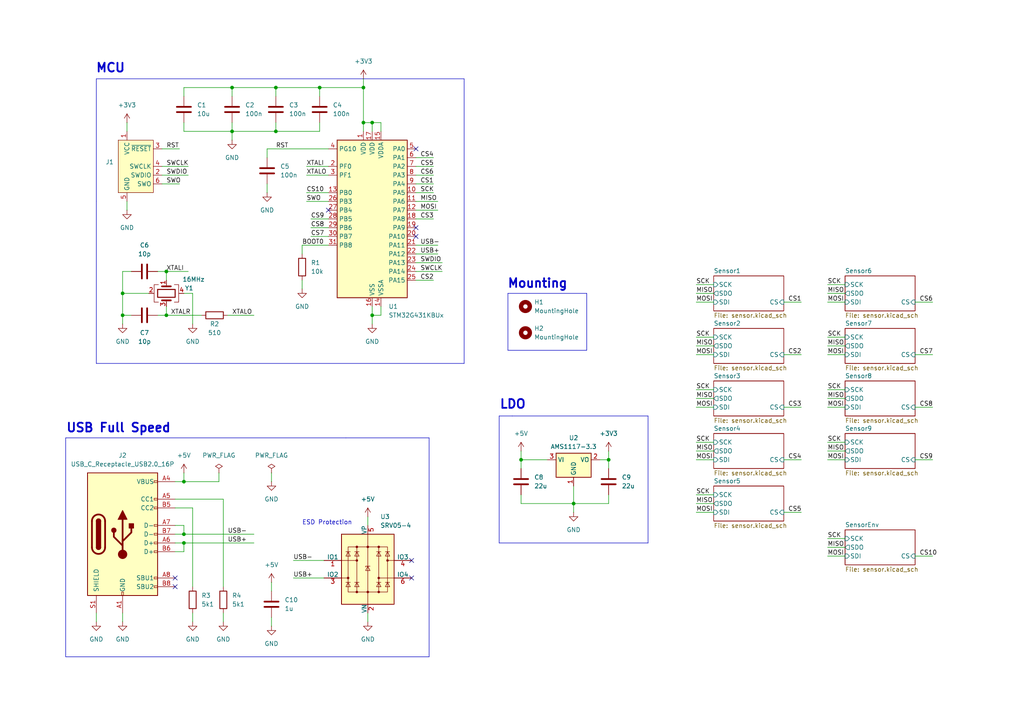
<source format=kicad_sch>
(kicad_sch (version 20231120) (generator "eeschema") (generator_version "8.0")
  (paper "A4")
  (lib_symbols
    (symbol "Connector:Conn_ARM_SWD_TagConnect_TC2030-NL" (in_bom no)
      (property "Reference" "J" (at 2.54 11.43 0))
      (property "Value" "Conn_ARM_SWD_TagConnect_TC2030-NL" (at 2.54 8.89 0))
      (symbol "Conn_ARM_SWD_TagConnect_TC2030-NL_0_0"
        (pin power_in line (at -2.54 10.16 270) (length 2.54) (name "VCC") (number "1"))
        (pin bidirectional line (at 7.62 -2.54 180) (length 2.54) (name "SWDIO") (number "2"))
        (pin open_collector line (at 7.62 5.08 180) (length 2.54) (name "~{RESET}") (number "3"))
        (pin output line (at 7.62 0 180) (length 2.54) (name "SWCLK") (number "4"))
        (pin power_in line (at -2.54 -10.16 90) (length 2.54) (name "GND") (number "5"))
        (pin input line (at 7.62 -5.08 180) (length 2.54) (name "SWO") (number "6"))
      )
      (symbol "Conn_ARM_SWD_TagConnect_TC2030-NL_0_1"
        (rectangle (start -5.08 7.62) (end 5.08 -7.62) (fill (type background)))
      )
    )
    (symbol "Connector:USB_C_Receptacle_USB2.0_16P" (pin_names (offset 1.016))
      (property "Reference" "J" (at 0 22.225 0))
      (property "Value" "USB_C_Receptacle_USB2.0_16P" (at 0 19.685 0))
      (symbol "USB_C_Receptacle_USB2.0_16P_0_0"
        (rectangle (start -0.254 -17.78) (end 0.254 -16.764))
        (rectangle (start 10.16 -14.986) (end 9.144 -15.494))
        (rectangle (start 10.16 -12.446) (end 9.144 -12.954))
        (rectangle (start 10.16 -4.826) (end 9.144 -5.334))
        (rectangle (start 10.16 -2.286) (end 9.144 -2.794))
        (rectangle (start 10.16 0.254) (end 9.144 -0.254))
        (rectangle (start 10.16 2.794) (end 9.144 2.286))
        (rectangle (start 10.16 7.874) (end 9.144 7.366))
        (rectangle (start 10.16 10.414) (end 9.144 9.906))
        (rectangle (start 10.16 15.494) (end 9.144 14.986))
      )
      (symbol "USB_C_Receptacle_USB2.0_16P_0_1"
        (rectangle (start -10.16 17.78) (end 10.16 -17.78) (stroke (width 0.254)) (fill (type background)))
        (arc (start -8.89 -3.81) (mid -6.985 -5.7067) (end -5.08 -3.81) (stroke (width 0.508)))
        (arc (start -7.62 -3.81) (mid -6.985 -4.4423) (end -6.35 -3.81) (stroke (width 0.254)))
        (arc (start -7.62 -3.81) (mid -6.985 -4.4423) (end -6.35 -3.81) (stroke (width 0.254)) (fill (type outline)))
        (rectangle (start -7.62 -3.81) (end -6.35 3.81) (stroke (width 0.254)) (fill (type outline)))
        (arc (start -6.35 3.81) (mid -6.985 4.4423) (end -7.62 3.81) (stroke (width 0.254)))
        (arc (start -6.35 3.81) (mid -6.985 4.4423) (end -7.62 3.81) (stroke (width 0.254)) (fill (type outline)))
        (arc (start -5.08 3.81) (mid -6.985 5.7067) (end -8.89 3.81) (stroke (width 0.508)))
        (circle (center -2.54 1.143) (radius 0.635) (stroke (width 0.254)) (fill (type outline)))
        (circle (center 0 -5.842) (radius 1.27) (fill (type outline)))
        (polyline (pts (xy -8.89 -3.81) (xy -8.89 3.81)) (stroke (width 0.508)))
        (polyline (pts (xy -5.08 3.81) (xy -5.08 -3.81)) (stroke (width 0.508)))
        (polyline (pts (xy 0 -5.842) (xy 0 4.318)) (stroke (width 0.508)))
        (polyline (pts (xy 0 -3.302) (xy -2.54 -0.762) (xy -2.54 0.508)) (stroke (width 0.508)))
        (polyline (pts (xy 0 -2.032) (xy 2.54 0.508) (xy 2.54 1.778)) (stroke (width 0.508)))
        (polyline (pts (xy -1.27 4.318) (xy 0 6.858) (xy 1.27 4.318) (xy -1.27 4.318)) (stroke (width 0.254)) (fill (type outline)))
        (rectangle (start 1.905 1.778) (end 3.175 3.048) (stroke (width 0.254)) (fill (type outline)))
      )
      (symbol "USB_C_Receptacle_USB2.0_16P_1_1"
        (pin passive line (at 0 -22.86 90) (length 5.08) (name "GND") (number "A1"))
        (pin passive line (at 0 -22.86 90) (length 5.08) hide (name "GND") (number "A12"))
        (pin passive line (at 15.24 15.24 180) (length 5.08) (name "VBUS") (number "A4"))
        (pin bidirectional line (at 15.24 10.16 180) (length 5.08) (name "CC1") (number "A5"))
        (pin bidirectional line (at 15.24 -2.54 180) (length 5.08) (name "D+") (number "A6"))
        (pin bidirectional line (at 15.24 2.54 180) (length 5.08) (name "D-") (number "A7"))
        (pin bidirectional line (at 15.24 -12.7 180) (length 5.08) (name "SBU1") (number "A8"))
        (pin passive line (at 15.24 15.24 180) (length 5.08) hide (name "VBUS") (number "A9"))
        (pin passive line (at 0 -22.86 90) (length 5.08) hide (name "GND") (number "B1"))
        (pin passive line (at 0 -22.86 90) (length 5.08) hide (name "GND") (number "B12"))
        (pin passive line (at 15.24 15.24 180) (length 5.08) hide (name "VBUS") (number "B4"))
        (pin bidirectional line (at 15.24 7.62 180) (length 5.08) (name "CC2") (number "B5"))
        (pin bidirectional line (at 15.24 -5.08 180) (length 5.08) (name "D+") (number "B6"))
        (pin bidirectional line (at 15.24 0 180) (length 5.08) (name "D-") (number "B7"))
        (pin bidirectional line (at 15.24 -15.24 180) (length 5.08) (name "SBU2") (number "B8"))
        (pin passive line (at 15.24 15.24 180) (length 5.08) hide (name "VBUS") (number "B9"))
        (pin passive line (at -7.62 -22.86 90) (length 5.08) (name "SHIELD") (number "S1"))
      )
    )
    (symbol "Device:C" (pin_numbers hide) (pin_names (offset 0.254))
      (property "Reference" "C" (at 0.635 2.54 0))
      (property "Value" "C" (at 0.635 -2.54 0))
      (symbol "C_0_1"
        (polyline (pts (xy -2.032 -0.762) (xy 2.032 -0.762)) (stroke (width 0.508)))
        (polyline (pts (xy -2.032 0.762) (xy 2.032 0.762)) (stroke (width 0.508)))
      )
      (symbol "C_1_1"
        (pin passive line (at 0 3.81 270) (length 2.794) (name "~") (number "1"))
        (pin passive line (at 0 -3.81 90) (length 2.794) (name "~") (number "2"))
      )
    )
    (symbol "Device:Crystal_GND24" (pin_names (offset 1.016) hide)
      (property "Reference" "Y" (at 3.175 5.08 0))
      (property "Value" "Crystal_GND24" (at 3.175 3.175 0))
      (symbol "Crystal_GND24_0_1"
        (rectangle (start -1.143 2.54) (end 1.143 -2.54) (stroke (width 0.3048)))
        (polyline (pts (xy -2.54 0) (xy -2.032 0)))
        (polyline (pts (xy -2.032 -1.27) (xy -2.032 1.27)) (stroke (width 0.508)))
        (polyline (pts (xy 0 -3.81) (xy 0 -3.556)))
        (polyline (pts (xy 0 3.556) (xy 0 3.81)))
        (polyline (pts (xy 2.032 -1.27) (xy 2.032 1.27)) (stroke (width 0.508)))
        (polyline (pts (xy 2.032 0) (xy 2.54 0)))
        (polyline (pts (xy -2.54 -2.286) (xy -2.54 -3.556) (xy 2.54 -3.556) (xy 2.54 -2.286)))
        (polyline (pts (xy -2.54 2.286) (xy -2.54 3.556) (xy 2.54 3.556) (xy 2.54 2.286)))
      )
      (symbol "Crystal_GND24_1_1"
        (pin passive line (at -3.81 0 0) (length 1.27) (name "1") (number "1"))
        (pin passive line (at 0 5.08 270) (length 1.27) (name "2") (number "2"))
        (pin passive line (at 3.81 0 180) (length 1.27) (name "3") (number "3"))
        (pin passive line (at 0 -5.08 90) (length 1.27) (name "4") (number "4"))
      )
    )
    (symbol "Device:R" (pin_numbers hide) (pin_names (offset 0))
      (property "Reference" "R" (at 2.032 0 90))
      (property "Value" "R" (at 0 0 90))
      (symbol "R_0_1"
        (rectangle (start -1.016 -2.54) (end 1.016 2.54) (stroke (width 0.254)))
      )
      (symbol "R_1_1"
        (pin passive line (at 0 3.81 270) (length 1.27) (name "~") (number "1"))
        (pin passive line (at 0 -3.81 90) (length 1.27) (name "~") (number "2"))
      )
    )
    (symbol "GND_1" (power) (pin_numbers hide) (pin_names (offset 0) hide)
      (property "Value" "GND" (at 0 -3.81 0))
      (symbol "GND_1_0_1"
        (polyline (pts (xy 0 0) (xy 0 -1.27) (xy 1.27 -1.27) (xy 0 -2.54) (xy -1.27 -1.27) (xy 0 -1.27)))
      )
      (symbol "GND_1_1_1"
        (pin power_in line (at 0 0 270) (length 0) (name "~") (number "1"))
      )
    )
    (symbol "GND_10" (power) (pin_numbers hide) (pin_names (offset 0) hide)
      (property "Value" "GND" (at 0 -3.81 0))
      (symbol "GND_10_0_1"
        (polyline (pts (xy 0 0) (xy 0 -1.27) (xy 1.27 -1.27) (xy 0 -2.54) (xy -1.27 -1.27) (xy 0 -1.27)))
      )
      (symbol "GND_10_1_1"
        (pin power_in line (at 0 0 270) (length 0) (name "~") (number "1"))
      )
    )
    (symbol "GND_11" (power) (pin_numbers hide) (pin_names (offset 0) hide)
      (property "Value" "GND" (at 0 -3.81 0))
      (symbol "GND_11_0_1"
        (polyline (pts (xy 0 0) (xy 0 -1.27) (xy 1.27 -1.27) (xy 0 -2.54) (xy -1.27 -1.27) (xy 0 -1.27)))
      )
      (symbol "GND_11_1_1"
        (pin power_in line (at 0 0 270) (length 0) (name "~") (number "1"))
      )
    )
    (symbol "GND_14" (power) (pin_numbers hide) (pin_names (offset 0) hide)
      (property "Value" "GND" (at 0 -3.81 0))
      (symbol "GND_14_0_1"
        (polyline (pts (xy 0 0) (xy 0 -1.27) (xy 1.27 -1.27) (xy 0 -2.54) (xy -1.27 -1.27) (xy 0 -1.27)))
      )
      (symbol "GND_14_1_1"
        (pin power_in line (at 0 0 270) (length 0) (name "~") (number "1"))
      )
    )
    (symbol "GND_2" (power) (pin_numbers hide) (pin_names (offset 0) hide)
      (property "Value" "GND" (at 0 -3.81 0))
      (symbol "GND_2_0_1"
        (polyline (pts (xy 0 0) (xy 0 -1.27) (xy 1.27 -1.27) (xy 0 -2.54) (xy -1.27 -1.27) (xy 0 -1.27)))
      )
      (symbol "GND_2_1_1"
        (pin power_in line (at 0 0 270) (length 0) (name "~") (number "1"))
      )
    )
    (symbol "GND_3" (power) (pin_numbers hide) (pin_names (offset 0) hide)
      (property "Value" "GND" (at 0 -3.81 0))
      (symbol "GND_3_0_1"
        (polyline (pts (xy 0 0) (xy 0 -1.27) (xy 1.27 -1.27) (xy 0 -2.54) (xy -1.27 -1.27) (xy 0 -1.27)))
      )
      (symbol "GND_3_1_1"
        (pin power_in line (at 0 0 270) (length 0) (name "~") (number "1"))
      )
    )
    (symbol "GND_4" (power) (pin_numbers hide) (pin_names (offset 0) hide)
      (property "Value" "GND" (at 0 -3.81 0))
      (symbol "GND_4_0_1"
        (polyline (pts (xy 0 0) (xy 0 -1.27) (xy 1.27 -1.27) (xy 0 -2.54) (xy -1.27 -1.27) (xy 0 -1.27)))
      )
      (symbol "GND_4_1_1"
        (pin power_in line (at 0 0 270) (length 0) (name "~") (number "1"))
      )
    )
    (symbol "GND_5" (power) (pin_numbers hide) (pin_names (offset 0) hide)
      (property "Value" "GND" (at 0 -3.81 0))
      (symbol "GND_5_0_1"
        (polyline (pts (xy 0 0) (xy 0 -1.27) (xy 1.27 -1.27) (xy 0 -2.54) (xy -1.27 -1.27) (xy 0 -1.27)))
      )
      (symbol "GND_5_1_1"
        (pin power_in line (at 0 0 270) (length 0) (name "~") (number "1"))
      )
    )
    (symbol "GND_6" (power) (pin_numbers hide) (pin_names (offset 0) hide)
      (property "Value" "GND" (at 0 -3.81 0))
      (symbol "GND_6_0_1"
        (polyline (pts (xy 0 0) (xy 0 -1.27) (xy 1.27 -1.27) (xy 0 -2.54) (xy -1.27 -1.27) (xy 0 -1.27)))
      )
      (symbol "GND_6_1_1"
        (pin power_in line (at 0 0 270) (length 0) (name "~") (number "1"))
      )
    )
    (symbol "GND_7" (power) (pin_numbers hide) (pin_names (offset 0) hide)
      (property "Value" "GND" (at 0 -3.81 0))
      (symbol "GND_7_0_1"
        (polyline (pts (xy 0 0) (xy 0 -1.27) (xy 1.27 -1.27) (xy 0 -2.54) (xy -1.27 -1.27) (xy 0 -1.27)))
      )
      (symbol "GND_7_1_1"
        (pin power_in line (at 0 0 270) (length 0) (name "~") (number "1"))
      )
    )
    (symbol "GND_8" (power) (pin_numbers hide) (pin_names (offset 0) hide)
      (property "Value" "GND" (at 0 -3.81 0))
      (symbol "GND_8_0_1"
        (polyline (pts (xy 0 0) (xy 0 -1.27) (xy 1.27 -1.27) (xy 0 -2.54) (xy -1.27 -1.27) (xy 0 -1.27)))
      )
      (symbol "GND_8_1_1"
        (pin power_in line (at 0 0 270) (length 0) (name "~") (number "1"))
      )
    )
    (symbol "GND_9" (power) (pin_numbers hide) (pin_names (offset 0) hide)
      (property "Value" "GND" (at 0 -3.81 0))
      (symbol "GND_9_0_1"
        (polyline (pts (xy 0 0) (xy 0 -1.27) (xy 1.27 -1.27) (xy 0 -2.54) (xy -1.27 -1.27) (xy 0 -1.27)))
      )
      (symbol "GND_9_1_1"
        (pin power_in line (at 0 0 270) (length 0) (name "~") (number "1"))
      )
    )
    (symbol "MCU_ST_STM32G4:STM32G431KBUx"
      (property "Reference" "U" (at -10.16 24.13 0))
      (property "Value" "STM32G431KBUx" (at 5.08 24.13 0))
      (symbol "STM32G431KBUx_0_1"
        (rectangle (start -10.16 -22.86) (end 10.16 22.86) (stroke (width 0.254)) (fill (type background)))
      )
      (symbol "STM32G431KBUx_1_1"
        (pin power_in line (at -2.54 25.4 270) (length 2.54) (name "VDD") (number "1"))
        (pin bidirectional line (at 12.7 7.62 180) (length 2.54) (name "PA5") (number "10"))
        (pin bidirectional line (at 12.7 5.08 180) (length 2.54) (name "PA6") (number "11"))
        (pin bidirectional line (at 12.7 2.54 180) (length 2.54) (name "PA7") (number "12"))
        (pin bidirectional line (at -12.7 7.62 0) (length 2.54) (name "PB0") (number "13"))
        (pin power_in line (at 2.54 -25.4 90) (length 2.54) (name "VSSA") (number "14"))
        (pin power_in line (at 2.54 25.4 270) (length 2.54) (name "VDDA") (number "15"))
        (pin power_in line (at 0 -25.4 90) (length 2.54) (name "VSS") (number "16"))
        (pin power_in line (at 0 25.4 270) (length 2.54) (name "VDD") (number "17"))
        (pin bidirectional line (at 12.7 0 180) (length 2.54) (name "PA8") (number "18"))
        (pin bidirectional line (at 12.7 -2.54 180) (length 2.54) (name "PA9") (number "19"))
        (pin bidirectional line (at -12.7 15.24 0) (length 2.54) (name "PF0") (number "2"))
        (pin bidirectional line (at 12.7 -5.08 180) (length 2.54) (name "PA10") (number "20"))
        (pin bidirectional line (at 12.7 -7.62 180) (length 2.54) (name "PA11") (number "21"))
        (pin bidirectional line (at 12.7 -10.16 180) (length 2.54) (name "PA12") (number "22"))
        (pin bidirectional line (at 12.7 -12.7 180) (length 2.54) (name "PA13") (number "23"))
        (pin bidirectional line (at 12.7 -15.24 180) (length 2.54) (name "PA14") (number "24"))
        (pin bidirectional line (at 12.7 -17.78 180) (length 2.54) (name "PA15") (number "25"))
        (pin bidirectional line (at -12.7 5.08 0) (length 2.54) (name "PB3") (number "26"))
        (pin bidirectional line (at -12.7 2.54 0) (length 2.54) (name "PB4") (number "27"))
        (pin bidirectional line (at -12.7 0 0) (length 2.54) (name "PB5") (number "28"))
        (pin bidirectional line (at -12.7 -2.54 0) (length 2.54) (name "PB6") (number "29"))
        (pin bidirectional line (at -12.7 12.7 0) (length 2.54) (name "PF1") (number "3"))
        (pin bidirectional line (at -12.7 -5.08 0) (length 2.54) (name "PB7") (number "30"))
        (pin bidirectional line (at -12.7 -7.62 0) (length 2.54) (name "PB8") (number "31"))
        (pin passive line (at 0 -25.4 90) (length 2.54) hide (name "VSS") (number "32"))
        (pin passive line (at 0 -25.4 90) (length 2.54) hide (name "VSS") (number "33"))
        (pin bidirectional line (at -12.7 20.32 0) (length 2.54) (name "PG10") (number "4"))
        (pin bidirectional line (at 12.7 20.32 180) (length 2.54) (name "PA0") (number "5"))
        (pin bidirectional line (at 12.7 17.78 180) (length 2.54) (name "PA1") (number "6"))
        (pin bidirectional line (at 12.7 15.24 180) (length 2.54) (name "PA2") (number "7"))
        (pin bidirectional line (at 12.7 12.7 180) (length 2.54) (name "PA3") (number "8"))
        (pin bidirectional line (at 12.7 10.16 180) (length 2.54) (name "PA4") (number "9"))
      )
    )
    (symbol "Mechanical:MountingHole" (pin_names (offset 1.016)) (exclude_from_sim yes) (in_bom no)
      (property "Reference" "H" (at 0 5.08 0))
      (property "Value" "MountingHole" (at 0 3.175 0))
      (symbol "MountingHole_0_1"
        (circle (center 0 0) (radius 1.27) (stroke (width 1.27)))
      )
    )
    (symbol "Power_Protection:SRV05-4" (pin_names (offset 0))
      (property "Reference" "U" (at -5.08 11.43 0))
      (property "Value" "SRV05-4" (at 2.54 11.43 0))
      (symbol "SRV05-4_0_0"
        (rectangle (start -5.715 6.477) (end 5.715 -6.604))
        (polyline (pts (xy -3.175 -6.604) (xy -3.175 6.477)))
        (polyline (pts (xy 3.175 6.477) (xy 3.175 -6.604)))
      )
      (symbol "SRV05-4_0_1"
        (rectangle (start -7.62 10.16) (end 7.62 -10.16) (stroke (width 0.254)) (fill (type background)))
        (circle (center -5.715 -2.54) (radius 0.2794) (fill (type outline)))
        (circle (center -3.175 -6.604) (radius 0.2794) (fill (type outline)))
        (circle (center -3.175 2.54) (radius 0.2794) (fill (type outline)))
        (circle (center -3.175 6.477) (radius 0.2794) (fill (type outline)))
        (circle (center 0 -6.604) (radius 0.2794) (fill (type outline)))
        (polyline (pts (xy -7.747 2.54) (xy -3.175 2.54)))
        (polyline (pts (xy -7.62 -2.54) (xy -5.715 -2.54)))
        (polyline (pts (xy -5.08 -3.81) (xy -6.35 -3.81)))
        (polyline (pts (xy -5.08 5.08) (xy -6.35 5.08)))
        (polyline (pts (xy -2.54 -3.81) (xy -3.81 -3.81)))
        (polyline (pts (xy -2.54 5.08) (xy -3.81 5.08)))
        (polyline (pts (xy 0 10.16) (xy 0 -10.16)))
        (polyline (pts (xy 3.81 -3.81) (xy 2.54 -3.81)))
        (polyline (pts (xy 3.81 5.08) (xy 2.54 5.08)))
        (polyline (pts (xy 6.35 -3.81) (xy 5.08 -3.81)))
        (polyline (pts (xy 6.35 5.08) (xy 5.08 5.08)))
        (polyline (pts (xy 7.62 -2.54) (xy 3.175 -2.54)))
        (polyline (pts (xy 7.62 2.54) (xy 5.715 2.54)))
        (polyline (pts (xy 0.635 0.889) (xy -0.635 0.889) (xy -0.635 0.635)))
        (polyline (pts (xy -5.08 -5.08) (xy -6.35 -5.08) (xy -5.715 -3.81) (xy -5.08 -5.08)))
        (polyline (pts (xy -5.08 3.81) (xy -6.35 3.81) (xy -5.715 5.08) (xy -5.08 3.81)))
        (polyline (pts (xy -2.54 -5.08) (xy -3.81 -5.08) (xy -3.175 -3.81) (xy -2.54 -5.08)))
        (polyline (pts (xy -2.54 3.81) (xy -3.81 3.81) (xy -3.175 5.08) (xy -2.54 3.81)))
        (polyline (pts (xy 0.635 -0.381) (xy -0.635 -0.381) (xy 0 0.889) (xy 0.635 -0.381)))
        (polyline (pts (xy 3.81 -5.08) (xy 2.54 -5.08) (xy 3.175 -3.81) (xy 3.81 -5.08)))
        (polyline (pts (xy 3.81 3.81) (xy 2.54 3.81) (xy 3.175 5.08) (xy 3.81 3.81)))
        (polyline (pts (xy 6.35 -5.08) (xy 5.08 -5.08) (xy 5.715 -3.81) (xy 6.35 -5.08)))
        (polyline (pts (xy 6.35 3.81) (xy 5.08 3.81) (xy 5.715 5.08) (xy 6.35 3.81)))
        (circle (center 0 6.477) (radius 0.2794) (fill (type outline)))
        (circle (center 3.175 -6.604) (radius 0.2794) (fill (type outline)))
        (circle (center 3.175 -2.54) (radius 0.2794) (fill (type outline)))
        (circle (center 3.175 6.477) (radius 0.2794) (fill (type outline)))
        (circle (center 5.715 2.54) (radius 0.2794) (fill (type outline)))
      )
      (symbol "SRV05-4_1_1"
        (pin passive line (at -12.7 2.54 0) (length 5.08) (name "IO1") (number "1"))
        (pin passive line (at 0 -12.7 90) (length 2.54) (name "VN") (number "2"))
        (pin passive line (at -12.7 -2.54 0) (length 5.08) (name "IO2") (number "3"))
        (pin passive line (at 12.7 2.54 180) (length 5.08) (name "IO3") (number "4"))
        (pin passive line (at 0 12.7 270) (length 2.54) (name "VP") (number "5"))
        (pin passive line (at 12.7 -2.54 180) (length 5.08) (name "IO4") (number "6"))
      )
    )
    (symbol "Regulator_Linear:AMS1117-3.3"
      (property "Reference" "U" (at -3.81 3.175 0))
      (property "Value" "AMS1117-3.3" (at 0 3.175 0))
      (symbol "AMS1117-3.3_0_1"
        (rectangle (start -5.08 -5.08) (end 5.08 1.905) (stroke (width 0.254)) (fill (type background)))
      )
      (symbol "AMS1117-3.3_1_1"
        (pin power_in line (at 0 -7.62 90) (length 2.54) (name "GND") (number "1"))
        (pin power_out line (at 7.62 0 180) (length 2.54) (name "VO") (number "2"))
        (pin power_in line (at -7.62 0 0) (length 2.54) (name "VI") (number "3"))
      )
    )
    (symbol "VBUS_3" (power) (pin_numbers hide) (pin_names (offset 0) hide)
      (property "Value" "VBUS" (at 0 3.556 0))
      (symbol "VBUS_3_0_1"
        (polyline (pts (xy -0.762 1.27) (xy 0 2.54)))
        (polyline (pts (xy 0 0) (xy 0 2.54)))
        (polyline (pts (xy 0 2.54) (xy 0.762 1.27)))
      )
      (symbol "VBUS_3_1_1"
        (pin power_in line (at 0 0 90) (length 0) (name "~") (number "1"))
      )
    )
    (symbol "power:+3V3" (power) (pin_numbers hide) (pin_names (offset 0) hide)
      (property "Value" "+3V3" (at 0 3.556 0))
      (symbol "+3V3_0_1"
        (polyline (pts (xy -0.762 1.27) (xy 0 2.54)))
        (polyline (pts (xy 0 0) (xy 0 2.54)))
        (polyline (pts (xy 0 2.54) (xy 0.762 1.27)))
      )
      (symbol "+3V3_1_1"
        (pin power_in line (at 0 0 90) (length 0) (name "~") (number "1"))
      )
    )
    (symbol "power:GND" (power) (pin_numbers hide) (pin_names (offset 0) hide)
      (property "Value" "GND" (at 0 -3.81 0))
      (symbol "GND_0_1"
        (polyline (pts (xy 0 0) (xy 0 -1.27) (xy 1.27 -1.27) (xy 0 -2.54) (xy -1.27 -1.27) (xy 0 -1.27)))
      )
      (symbol "GND_1_1"
        (pin power_in line (at 0 0 270) (length 0) (name "~") (number "1"))
      )
    )
    (symbol "power:PWR_FLAG" (power) (pin_numbers hide) (pin_names (offset 0) hide)
      (property "Value" "PWR_FLAG" (at 0 3.81 0))
      (symbol "PWR_FLAG_0_0"
        (pin power_out line (at 0 0 90) (length 0) (name "~") (number "1"))
      )
      (symbol "PWR_FLAG_0_1"
        (polyline (pts (xy 0 0) (xy 0 1.27) (xy -1.016 1.905) (xy 0 2.54) (xy 1.016 1.905) (xy 0 1.27)))
      )
    )
  )
  (junction (at 107.95 35.56))
  (junction (at 105.41 25.4))
  (junction (at 107.95 91.44))
  (junction (at 53.34 154.94))
  (junction (at 80.01 25.4))
  (junction (at 67.31 25.4))
  (junction (at 105.41 35.56))
  (junction (at 151.13 133.35))
  (junction (at 48.26 78.74))
  (junction (at 35.56 85.09))
  (junction (at 35.56 91.44))
  (junction (at 53.34 157.48))
  (junction (at 53.34 139.7))
  (junction (at 80.01 38.1))
  (junction (at 176.53 133.35))
  (junction (at 92.71 25.4))
  (junction (at 67.31 38.1))
  (junction (at 166.37 146.05))
  (junction (at 48.26 91.44))
  (no_connect (at 50.8 167.64))
  (no_connect (at 95.25 60.96))
  (no_connect (at 120.65 68.58))
  (no_connect (at 119.38 162.56))
  (no_connect (at 119.38 167.64))
  (no_connect (at 50.8 170.18))
  (no_connect (at 120.65 43.18))
  (no_connect (at 120.65 66.04))
  (wire (pts (xy 67.31 25.4) (xy 67.31 27.94)))
  (wire (pts (xy 53.34 139.7) (xy 50.8 139.7)))
  (polyline (pts (xy 19.05 190.5) (xy 19.05 127)))
  (wire (pts (xy 151.13 133.35) (xy 158.75 133.35)))
  (wire (pts (xy 151.13 143.51) (xy 151.13 146.05)))
  (wire (pts (xy 240.03 156.21) (xy 245.11 156.21)))
  (wire (pts (xy 166.37 140.97) (xy 166.37 146.05)))
  (wire (pts (xy 227.33 118.11) (xy 232.41 118.11)))
  (wire (pts (xy 176.53 130.81) (xy 176.53 133.35)))
  (wire (pts (xy 35.56 85.09) (xy 35.56 78.74)))
  (wire (pts (xy 50.8 160.02) (xy 53.34 160.02)))
  (wire (pts (xy 176.53 133.35) (xy 176.53 135.89)))
  (polyline (pts (xy 187.96 157.48) (xy 144.78 157.48)))
  (wire (pts (xy 107.95 35.56) (xy 107.95 38.1)))
  (wire (pts (xy 201.93 100.33) (xy 207.01 100.33)))
  (polyline (pts (xy 170.18 101.6) (xy 170.18 85.09)))
  (wire (pts (xy 46.99 43.18) (xy 52.07 43.18)))
  (wire (pts (xy 80.01 38.1) (xy 80.01 35.56)))
  (wire (pts (xy 78.74 168.91) (xy 78.74 171.45)))
  (wire (pts (xy 77.47 53.34) (xy 77.47 55.88)))
  (wire (pts (xy 201.93 128.27) (xy 207.01 128.27)))
  (wire (pts (xy 46.99 53.34) (xy 52.07 53.34)))
  (wire (pts (xy 201.93 115.57) (xy 207.01 115.57)))
  (wire (pts (xy 120.65 73.66) (xy 127 73.66)))
  (wire (pts (xy 227.33 87.63) (xy 232.41 87.63)))
  (polyline (pts (xy 27.94 58.42) (xy 27.94 105.41)))
  (wire (pts (xy 78.74 179.07) (xy 78.74 181.61)))
  (polyline (pts (xy 147.32 85.09) (xy 147.32 101.6)))
  (wire (pts (xy 88.9 58.42) (xy 95.25 58.42)))
  (wire (pts (xy 55.88 170.18) (xy 55.88 147.32)))
  (wire (pts (xy 67.31 25.4) (xy 80.01 25.4)))
  (wire (pts (xy 265.43 87.63) (xy 270.51 87.63)))
  (wire (pts (xy 120.65 45.72) (xy 125.73 45.72)))
  (wire (pts (xy 201.93 146.05) (xy 207.01 146.05)))
  (wire (pts (xy 240.03 115.57) (xy 245.11 115.57)))
  (wire (pts (xy 53.34 137.16) (xy 53.34 139.7)))
  (wire (pts (xy 110.49 35.56) (xy 110.49 38.1)))
  (wire (pts (xy 105.41 35.56) (xy 105.41 38.1)))
  (wire (pts (xy 35.56 78.74) (xy 38.1 78.74)))
  (polyline (pts (xy 134.62 22.86) (xy 27.94 22.86)))
  (wire (pts (xy 201.93 85.09) (xy 207.01 85.09)))
  (wire (pts (xy 85.09 167.64) (xy 93.98 167.64)))
  (polyline (pts (xy 134.62 105.41) (xy 134.62 22.86)))
  (wire (pts (xy 120.65 76.2) (xy 128.27 76.2)))
  (wire (pts (xy 92.71 25.4) (xy 92.71 27.94)))
  (polyline (pts (xy 27.94 105.41) (xy 134.62 105.41)))
  (wire (pts (xy 120.65 78.74) (xy 128.27 78.74)))
  (wire (pts (xy 67.31 38.1) (xy 67.31 40.64)))
  (wire (pts (xy 105.41 22.86) (xy 105.41 25.4)))
  (wire (pts (xy 35.56 93.98) (xy 35.56 91.44)))
  (wire (pts (xy 85.09 162.56) (xy 93.98 162.56)))
  (wire (pts (xy 265.43 118.11) (xy 270.51 118.11)))
  (wire (pts (xy 240.03 128.27) (xy 245.11 128.27)))
  (wire (pts (xy 55.88 177.8) (xy 55.88 180.34)))
  (wire (pts (xy 53.34 38.1) (xy 67.31 38.1)))
  (wire (pts (xy 50.8 154.94) (xy 53.34 154.94)))
  (wire (pts (xy 36.83 35.56) (xy 36.83 38.1)))
  (wire (pts (xy 27.94 177.8) (xy 27.94 180.34)))
  (wire (pts (xy 48.26 78.74) (xy 54.61 78.74)))
  (wire (pts (xy 120.65 48.26) (xy 125.73 48.26)))
  (wire (pts (xy 110.49 91.44) (xy 110.49 88.9)))
  (wire (pts (xy 120.65 81.28) (xy 125.73 81.28)))
  (wire (pts (xy 265.43 102.87) (xy 270.51 102.87)))
  (wire (pts (xy 151.13 135.89) (xy 151.13 133.35)))
  (wire (pts (xy 64.77 144.78) (xy 64.77 170.18)))
  (wire (pts (xy 120.65 71.12) (xy 127 71.12)))
  (wire (pts (xy 36.83 58.42) (xy 36.83 60.96)))
  (wire (pts (xy 80.01 25.4) (xy 80.01 27.94)))
  (wire (pts (xy 201.93 130.81) (xy 207.01 130.81)))
  (wire (pts (xy 201.93 133.35) (xy 207.01 133.35)))
  (wire (pts (xy 53.34 160.02) (xy 53.34 157.48)))
  (wire (pts (xy 50.8 144.78) (xy 64.77 144.78)))
  (wire (pts (xy 77.47 43.18) (xy 95.25 43.18)))
  (wire (pts (xy 88.9 50.8) (xy 95.25 50.8)))
  (wire (pts (xy 67.31 38.1) (xy 80.01 38.1)))
  (wire (pts (xy 166.37 146.05) (xy 176.53 146.05)))
  (wire (pts (xy 120.65 50.8) (xy 125.73 50.8)))
  (wire (pts (xy 120.65 63.5) (xy 125.73 63.5)))
  (wire (pts (xy 90.17 63.5) (xy 95.25 63.5)))
  (wire (pts (xy 48.26 91.44) (xy 45.72 91.44)))
  (polyline (pts (xy 124.46 190.5) (xy 19.05 190.5)))
  (wire (pts (xy 50.8 157.48) (xy 53.34 157.48)))
  (wire (pts (xy 88.9 55.88) (xy 95.25 55.88)))
  (polyline (pts (xy 19.05 127) (xy 100.33 127)))
  (polyline (pts (xy 144.78 120.65) (xy 148.59 120.65)))
  (wire (pts (xy 201.93 143.51) (xy 207.01 143.51)))
  (wire (pts (xy 265.43 133.35) (xy 270.51 133.35)))
  (polyline (pts (xy 147.32 101.6) (xy 170.18 101.6)))
  (wire (pts (xy 151.13 146.05) (xy 166.37 146.05)))
  (wire (pts (xy 120.65 55.88) (xy 125.73 55.88)))
  (wire (pts (xy 53.34 152.4) (xy 53.34 154.94)))
  (wire (pts (xy 78.74 137.16) (xy 78.74 139.7)))
  (polyline (pts (xy 187.96 120.65) (xy 187.96 157.48)))
  (wire (pts (xy 120.65 53.34) (xy 125.73 53.34)))
  (wire (pts (xy 64.77 177.8) (xy 64.77 180.34)))
  (wire (pts (xy 53.34 25.4) (xy 67.31 25.4)))
  (wire (pts (xy 55.88 85.09) (xy 55.88 93.98)))
  (wire (pts (xy 240.03 102.87) (xy 245.11 102.87)))
  (wire (pts (xy 66.04 91.44) (xy 73.66 91.44)))
  (wire (pts (xy 92.71 38.1) (xy 92.71 35.56)))
  (wire (pts (xy 201.93 82.55) (xy 207.01 82.55)))
  (wire (pts (xy 53.34 157.48) (xy 73.66 157.48)))
  (polyline (pts (xy 144.78 157.48) (xy 144.78 120.65)))
  (polyline (pts (xy 27.94 22.86) (xy 27.94 58.42)))
  (wire (pts (xy 227.33 148.59) (xy 232.41 148.59)))
  (wire (pts (xy 240.03 161.29) (xy 245.11 161.29)))
  (wire (pts (xy 176.53 133.35) (xy 173.99 133.35)))
  (wire (pts (xy 87.63 71.12) (xy 95.25 71.12)))
  (wire (pts (xy 105.41 25.4) (xy 105.41 35.56)))
  (wire (pts (xy 80.01 25.4) (xy 92.71 25.4)))
  (wire (pts (xy 53.34 35.56) (xy 53.34 38.1)))
  (wire (pts (xy 67.31 35.56) (xy 67.31 38.1)))
  (wire (pts (xy 201.93 87.63) (xy 207.01 87.63)))
  (wire (pts (xy 80.01 38.1) (xy 92.71 38.1)))
  (wire (pts (xy 35.56 91.44) (xy 35.56 85.09)))
  (wire (pts (xy 240.03 158.75) (xy 245.11 158.75)))
  (wire (pts (xy 166.37 146.05) (xy 166.37 148.59)))
  (wire (pts (xy 106.68 149.86) (xy 106.68 152.4)))
  (wire (pts (xy 55.88 147.32) (xy 50.8 147.32)))
  (wire (pts (xy 201.93 113.03) (xy 207.01 113.03)))
  (wire (pts (xy 227.33 133.35) (xy 232.41 133.35)))
  (wire (pts (xy 53.34 154.94) (xy 73.66 154.94)))
  (wire (pts (xy 176.53 146.05) (xy 176.53 143.51)))
  (wire (pts (xy 88.9 48.26) (xy 95.25 48.26)))
  (wire (pts (xy 87.63 71.12) (xy 87.63 73.66)))
  (wire (pts (xy 107.95 35.56) (xy 110.49 35.56)))
  (wire (pts (xy 48.26 81.28) (xy 48.26 78.74)))
  (wire (pts (xy 48.26 88.9) (xy 48.26 91.44)))
  (wire (pts (xy 240.03 85.09) (xy 245.11 85.09)))
  (polyline (pts (xy 100.33 127) (xy 124.46 127)))
  (wire (pts (xy 227.33 102.87) (xy 232.41 102.87)))
  (polyline (pts (xy 148.59 120.65) (xy 187.96 120.65)))
  (wire (pts (xy 46.99 48.26) (xy 54.61 48.26)))
  (wire (pts (xy 240.03 82.55) (xy 245.11 82.55)))
  (wire (pts (xy 35.56 85.09) (xy 43.18 85.09)))
  (wire (pts (xy 240.03 97.79) (xy 245.11 97.79)))
  (wire (pts (xy 92.71 25.4) (xy 105.41 25.4)))
  (wire (pts (xy 35.56 91.44) (xy 38.1 91.44)))
  (wire (pts (xy 107.95 88.9) (xy 107.95 91.44)))
  (wire (pts (xy 90.17 66.04) (xy 95.25 66.04)))
  (wire (pts (xy 53.34 27.94) (xy 53.34 25.4)))
  (wire (pts (xy 120.65 58.42) (xy 127 58.42)))
  (wire (pts (xy 105.41 35.56) (xy 107.95 35.56)))
  (wire (pts (xy 201.93 102.87) (xy 207.01 102.87)))
  (wire (pts (xy 77.47 45.72) (xy 77.47 43.18)))
  (wire (pts (xy 48.26 91.44) (xy 58.42 91.44)))
  (wire (pts (xy 50.8 152.4) (xy 53.34 152.4)))
  (wire (pts (xy 63.5 137.16) (xy 63.5 139.7)))
  (wire (pts (xy 55.88 85.09) (xy 53.34 85.09)))
  (wire (pts (xy 201.93 148.59) (xy 207.01 148.59)))
  (wire (pts (xy 265.43 161.29) (xy 270.51 161.29)))
  (wire (pts (xy 106.68 177.8) (xy 106.68 180.34)))
  (wire (pts (xy 151.13 130.81) (xy 151.13 133.35)))
  (wire (pts (xy 240.03 100.33) (xy 245.11 100.33)))
  (wire (pts (xy 48.26 78.74) (xy 45.72 78.74)))
  (wire (pts (xy 107.95 91.44) (xy 110.49 91.44)))
  (polyline (pts (xy 147.32 85.09) (xy 170.18 85.09)))
  (wire (pts (xy 240.03 118.11) (xy 245.11 118.11)))
  (wire (pts (xy 240.03 133.35) (xy 245.11 133.35)))
  (wire (pts (xy 87.63 81.28) (xy 87.63 83.82)))
  (wire (pts (xy 63.5 139.7) (xy 53.34 139.7)))
  (polyline (pts (xy 124.46 127) (xy 124.46 190.5)))
  (wire (pts (xy 240.03 113.03) (xy 245.11 113.03)))
  (wire (pts (xy 46.99 50.8) (xy 54.61 50.8)))
  (wire (pts (xy 240.03 87.63) (xy 245.11 87.63)))
  (wire (pts (xy 240.03 130.81) (xy 245.11 130.81)))
  (wire (pts (xy 201.93 97.79) (xy 207.01 97.79)))
  (wire (pts (xy 201.93 118.11) (xy 207.01 118.11)))
  (wire (pts (xy 35.56 177.8) (xy 35.56 180.34)))
  (wire (pts (xy 90.17 68.58) (xy 95.25 68.58)))
  (wire (pts (xy 107.95 91.44) (xy 107.95 93.98)))
  (wire (pts (xy 120.65 60.96) (xy 127 60.96)))
  (text "ESD Protection" (at 87.63 152.4 0) (effects (font (size 1.27 1.27)) (justify left bottom)))
  (text "MCU" (at 27.686 21.336 0) (effects (font (size 2.54 2.54) (thickness 0.508) (bold yes)) (justify left bottom)))
  (text "USB Full Speed" (at 19.05 125.73 0) (effects (font (size 2.54 2.54) (thickness 0.508) (bold yes)) (justify left bottom)))
  (text "Mounting" (at 147.066 83.82 0) (effects (font (size 2.54 2.54) (thickness 0.508) (bold yes)) (justify left bottom)))
  (text "LDO" (at 144.78 118.872 0) (effects (font (size 2.54 2.54) (thickness 0.508) (bold yes)) (justify left bottom)))
  (label "SWCLK" (at 121.92 78.74 0))
  (label "SCK" (at 201.93 128.27 0))
  (label "SCK" (at 201.93 143.51 0))
  (label "CS4" (at 228.6 133.35 0))
  (label "SCK" (at 201.93 113.03 0))
  (label "CS9" (at 266.7 133.35 0))
  (label "MISO" (at 201.93 85.09 0))
  (label "MISO" (at 201.93 115.57 0))
  (label "USB+" (at 121.92 73.66 0))
  (label "SCK" (at 121.92 55.88 0))
  (label "CS4" (at 121.92 45.72 0))
  (label "XTALO" (at 88.9 50.8 0))
  (label "CS1" (at 228.6 87.63 0))
  (label "MISO" (at 240.03 130.81 0))
  (label "SCK" (at 201.93 82.55 0))
  (label "MISO" (at 240.03 115.57 0))
  (label "MISO" (at 121.92 58.42 0))
  (label "SCK" (at 240.03 156.21 0))
  (label "USB-" (at 85.09 162.56 0))
  (label "XTALI" (at 48.26 78.74 0))
  (label "MOSI" (at 201.93 87.63 0))
  (label "CS8" (at 90.17 66.04 0))
  (label "MISO" (at 240.03 85.09 0))
  (label "USB-" (at 121.92 71.12 0))
  (label "MOSI" (at 121.92 60.96 0))
  (label "SCK" (at 240.03 113.03 0))
  (label "CS6" (at 266.7 87.63 0))
  (label "MOSI" (at 201.93 133.35 0))
  (label "SCK" (at 240.03 97.79 0))
  (label "SCK" (at 201.93 97.79 0))
  (label "USB+" (at 66.04 157.48 0))
  (label "MOSI" (at 240.03 133.35 0))
  (label "CS6" (at 121.92 50.8 0))
  (label "RST" (at 48.26 43.18 0))
  (label "MOSI" (at 240.03 118.11 0))
  (label "XTALI" (at 88.9 48.26 0))
  (label "MOSI" (at 240.03 161.29 0))
  (label "CS5" (at 228.6 148.59 0))
  (label "MISO" (at 201.93 130.81 0))
  (label "CS9" (at 90.17 63.5 0))
  (label "USB-" (at 66.04 154.94 0))
  (label "CS2" (at 121.92 81.28 0))
  (label "SWCLK" (at 48.26 48.26 0))
  (label "MISO" (at 240.03 100.33 0))
  (label "SWDIO" (at 48.26 50.8 0))
  (label "CS10" (at 88.9 55.88 0))
  (label "MISO" (at 201.93 146.05 0))
  (label "CS3" (at 121.92 63.5 0))
  (label "CS10" (at 266.7 161.29 0))
  (label "RST" (at 80.01 43.18 0))
  (label "MOSI" (at 240.03 87.63 0))
  (label "SWDIO" (at 121.92 76.2 0))
  (label "MISO" (at 240.03 158.75 0))
  (label "MOSI" (at 201.93 118.11 0))
  (label "XTALO" (at 67.31 91.44 0))
  (label "CS7" (at 266.7 102.87 0))
  (label "SCK" (at 240.03 82.55 0))
  (label "CS5" (at 121.92 48.26 0))
  (label "USB+" (at 85.09 167.64 0))
  (label "SCK" (at 240.03 128.27 0))
  (label "MOSI" (at 240.03 102.87 0))
  (label "CS8" (at 266.7 118.11 0))
  (label "CS3" (at 228.6 118.11 0))
  (label "MOSI" (at 201.93 148.59 0))
  (label "SWO" (at 48.26 53.34 0))
  (label "MOSI" (at 201.93 102.87 0))
  (label "BOOT0" (at 87.63 71.12 0))
  (label "CS7" (at 90.17 68.58 0))
  (label "MISO" (at 201.93 100.33 0))
  (label "CS1" (at 121.92 53.34 0))
  (label "CS2" (at 228.6 102.87 0))
  (label "XTALR" (at 49.53 91.44 0))
  (label "SWO" (at 88.9 58.42 0))
  (symbol (lib_name "GND_6") (lib_id "power:GND") (at 78.74 139.7 0) (unit 1)
    (property "Reference" "#PWR013" (effects (hide yes)))
    (property "Value" "GND" (at 78.74 144.78 0))
    (property "Description" "Power symbol creates a global label with name \"GND\" , ground" (effects (hide yes)))
  )
  (symbol (lib_id "Regulator_Linear:AMS1117-3.3") (at 166.37 133.35 0) (unit 1)
    (property "Reference" "U2" (at 166.37 127 0))
    (property "Value" "AMS1117-3.3" (at 166.37 129.54 0))
    (property "Footprint" "Package_TO_SOT_SMD:SOT-223-3_TabPin2" (effects (hide yes)))
    (property "Datasheet" "http://www.advanced-monolithic.com/pdf/ds1117.pdf" (effects (hide yes)))
    (property "Description" "1A Low Dropout regulator, positive, 3.3V fixed output, SOT-223" (effects (hide yes)))
    (property "LCSC" "C6186" (effects (hide yes)))
  )
  (symbol (lib_id "Device:C") (at 41.91 78.74 90) (unit 1)
    (property "Reference" "C6" (at 41.91 71.12 90))
    (property "Value" "10p" (at 41.91 73.66 90))
    (property "Footprint" "Capacitor_SMD:C_0402_1005Metric" (effects (hide yes)))
    (property "LCSC" "C32949" (effects (hide yes)))
  )
  (symbol (lib_name "GND_11") (lib_id "power:GND") (at 64.77 180.34 0) (unit 1)
    (property "Reference" "#PWR020" (effects (hide yes)))
    (property "Value" "GND" (at 64.77 185.42 0))
    (property "Description" "Power symbol creates a global label with name \"GND\" , ground" (effects (hide yes)))
  )
  (symbol (lib_id "Device:Crystal_GND24") (at 48.26 85.09 90) (mirror x) (unit 1)
    (property "Reference" "Y1" (at 54.864 83.566 90))
    (property "Value" "16MHz" (at 56.134 81.026 90))
    (property "Footprint" "Crystal:Crystal_SMD_3225-4Pin_3.2x2.5mm" (effects (hide yes)))
    (property "LCSC" "C13738" (effects (hide yes)))
  )
  (symbol (lib_name "VBUS_3") (lib_id "power:VBUS") (at 106.68 149.86 0) (unit 1)
    (property "Reference" "#PWR015" (effects (hide yes)))
    (property "Value" "+5V" (at 106.68 144.78 0))
    (property "Description" "Power symbol creates a global label with name \"VBUS\"" (effects (hide yes)))
  )
  (symbol (lib_name "GND_1") (lib_id "power:GND") (at 36.83 60.96 0) (unit 1)
    (property "Reference" "#PWR05" (effects (hide yes)))
    (property "Value" "GND" (at 36.83 66.04 0))
    (property "Description" "Power symbol creates a global label with name \"GND\" , ground" (effects (hide yes)))
  )
  (symbol (lib_name "GND_3") (lib_id "power:GND") (at 87.63 83.82 0) (unit 1)
    (property "Reference" "#PWR06" (effects (hide yes)))
    (property "Value" "GND" (at 87.63 88.9 0))
    (property "Description" "Power symbol creates a global label with name \"GND\" , ground" (effects (hide yes)))
  )
  (symbol (lib_name "VBUS_3") (lib_id "power:VBUS") (at 78.74 168.91 0) (unit 1)
    (property "Reference" "#PWR016" (effects (hide yes)))
    (property "Value" "+5V" (at 78.74 163.83 0))
    (property "Description" "Power symbol creates a global label with name \"VBUS\"" (effects (hide yes)))
  )
  (symbol (lib_id "Device:R") (at 87.63 77.47 0) (unit 1)
    (property "Reference" "R1" (at 90.17 76.1999 0) (effects (justify left)))
    (property "Value" "10k" (at 90.17 78.7399 0) (effects (justify left)))
    (property "Footprint" "Resistor_SMD:R_0402_1005Metric" (effects (hide yes)))
    (property "Description" "Resistor" (effects (hide yes)))
    (property "LCSC" "C25744" (effects (hide yes)))
  )
  (symbol (lib_id "power:+3V3") (at 176.53 130.81 0) (unit 1)
    (property "Reference" "#PWR011" (effects (hide yes)))
    (property "Value" "+3V3" (at 176.53 125.73 0))
    (property "Description" "Power symbol creates a global label with name \"+3V3\"" (effects (hide yes)))
  )
  (symbol (lib_name "GND_2") (lib_id "power:GND") (at 107.95 93.98 0) (unit 1)
    (property "Reference" "#PWR09" (effects (hide yes)))
    (property "Value" "GND" (at 107.95 99.06 0))
    (property "Description" "Power symbol creates a global label with name \"GND\" , ground" (effects (hide yes)))
  )
  (symbol (lib_id "Device:C") (at 53.34 31.75 0) (unit 1)
    (property "Reference" "C1" (at 57.15 30.4799 0) (effects (justify left)))
    (property "Value" "10u" (at 57.15 33.0199 0) (effects (justify left)))
    (property "Footprint" "Capacitor_SMD:C_0402_1005Metric" (effects (hide yes)))
    (property "Description" "Unpolarized capacitor" (effects (hide yes)))
    (property "LCSC" "C15525" (effects (hide yes)))
  )
  (symbol (lib_id "Mechanical:MountingHole") (at 152.4 96.52 0) (unit 1) (exclude_from_sim yes) (in_bom no)
    (property "Reference" "H2" (at 154.94 95.2499 0) (effects (justify left)))
    (property "Value" "MountingHole" (at 154.94 97.7899 0) (effects (justify left)))
    (property "Footprint" "MountingHole:MountingHole_3.2mm_M3" (effects (hide yes)))
    (property "Description" "Mounting Hole without connection" (effects (hide yes)))
  )
  (symbol (lib_name "GND_3") (lib_id "power:GND") (at 67.31 40.64 0) (unit 1)
    (property "Reference" "#PWR03" (effects (hide yes)))
    (property "Value" "GND" (at 67.31 45.72 0))
    (property "Description" "Power symbol creates a global label with name \"GND\" , ground" (effects (hide yes)))
  )
  (symbol (lib_id "Device:C") (at 41.91 91.44 90) (unit 1)
    (property "Reference" "C7" (at 41.91 96.52 90))
    (property "Value" "10p" (at 41.91 99.06 90))
    (property "Footprint" "Capacitor_SMD:C_0402_1005Metric" (effects (hide yes)))
    (property "LCSC" "C32949" (effects (hide yes)))
  )
  (symbol (lib_id "power:PWR_FLAG") (at 63.5 137.16 0) (unit 1)
    (property "Reference" "#FLG01" (effects (hide yes)))
    (property "Value" "PWR_FLAG" (at 63.5 132.08 0))
    (property "Description" "Special symbol for telling ERC where power comes from" (effects (hide yes)))
  )
  (symbol (lib_id "power:PWR_FLAG") (at 78.74 137.16 0) (unit 1)
    (property "Reference" "#FLG02" (effects (hide yes)))
    (property "Value" "PWR_FLAG" (at 78.74 132.08 0))
    (property "Description" "Special symbol for telling ERC where power comes from" (effects (hide yes)))
  )
  (symbol (lib_id "Device:C") (at 92.71 31.75 0) (unit 1)
    (property "Reference" "C4" (at 96.52 30.4799 0) (effects (justify left)))
    (property "Value" "100n" (at 96.52 33.0199 0) (effects (justify left)))
    (property "Footprint" "Capacitor_SMD:C_0402_1005Metric" (effects (hide yes)))
    (property "Description" "Unpolarized capacitor" (effects (hide yes)))
    (property "LCSC" "C1525" (effects (hide yes)))
  )
  (symbol (lib_id "MCU_ST_STM32G4:STM32G431KBUx") (at 107.95 63.5 0) (unit 1)
    (property "Reference" "U1" (at 112.6841 88.9 0) (effects (justify left)))
    (property "Value" "STM32G431KBUx" (at 112.6841 91.44 0) (effects (justify left)))
    (property "Footprint" "Package_DFN_QFN:QFN-32-1EP_5x5mm_P0.5mm_EP3.45x3.45mm" (effects (hide yes)))
    (property "Datasheet" "https://www.st.com/resource/en/datasheet/stm32g431kb.pdf" (effects (hide yes)))
    (property "Description" "STMicroelectronics Arm Cortex-M4 MCU, 128KB flash, 32KB RAM, 170 MHz, 1.71-3.6V, 26 GPIO, UFQFPN32" (effects (hide yes)))
  )
  (symbol (lib_name "GND_9") (lib_id "power:GND") (at 35.56 180.34 0) (unit 1)
    (property "Reference" "#PWR018" (effects (hide yes)))
    (property "Value" "GND" (at 35.56 185.42 0))
    (property "Description" "Power symbol creates a global label with name \"GND\" , ground" (effects (hide yes)))
  )
  (symbol (lib_name "GND_14") (lib_id "power:GND") (at 35.56 93.98 0) (unit 1)
    (property "Reference" "#PWR07" (effects (hide yes)))
    (property "Value" "GND" (at 35.56 99.06 0))
    (property "Description" "Power symbol creates a global label with name \"GND\" , ground" (effects (hide yes)))
  )
  (symbol (lib_name "GND_5") (lib_id "power:GND") (at 27.94 180.34 0) (unit 1)
    (property "Reference" "#PWR017" (effects (hide yes)))
    (property "Value" "GND" (at 27.94 185.42 0))
    (property "Description" "Power symbol creates a global label with name \"GND\" , ground" (effects (hide yes)))
  )
  (symbol (lib_id "power:GND") (at 166.37 148.59 0) (unit 1)
    (property "Reference" "#PWR014" (effects (hide yes)))
    (property "Value" "GND" (at 166.37 153.67 0))
    (property "Description" "Power symbol creates a global label with name \"GND\" , ground" (effects (hide yes)))
  )
  (symbol (lib_id "power:+3V3") (at 36.83 35.56 0) (unit 1)
    (property "Reference" "#PWR02" (effects (hide yes)))
    (property "Value" "+3V3" (at 36.83 30.48 0))
    (property "Description" "Power symbol creates a global label with name \"+3V3\"" (effects (hide yes)))
  )
  (symbol (lib_name "VBUS_3") (lib_id "power:VBUS") (at 151.13 130.81 0) (unit 1)
    (property "Reference" "#PWR010" (effects (hide yes)))
    (property "Value" "+5V" (at 151.13 125.73 0))
    (property "Description" "Power symbol creates a global label with name \"VBUS\"" (effects (hide yes)))
  )
  (symbol (lib_id "Device:C") (at 78.74 175.26 0) (unit 1)
    (property "Reference" "C10" (at 82.55 173.99 0) (effects (justify left)))
    (property "Value" "1u" (at 82.55 176.53 0) (effects (justify left)))
    (property "Footprint" "Capacitor_SMD:C_0402_1005Metric" (effects (hide yes)))
    (property "LCSC" "C52923" (effects (hide yes)))
  )
  (symbol (lib_id "Connector:Conn_ARM_SWD_TagConnect_TC2030-NL") (at 39.37 48.26 0) (unit 1) (in_bom no)
    (property "Reference" "J1" (at 33.02 46.9899 0) (effects (justify right)))
    (property "Value" "Conn_ARM_SWD_TagConnect_TC2030-NL" (effects (hide yes)))
    (property "Footprint" "Connector:Tag-Connect_TC2030-IDC-NL_2x03_P1.27mm_Vertical" (effects (hide yes)))
    (property "Datasheet" "https://www.tag-connect.com/wp-content/uploads/bsk-pdf-manager/TC2030-CTX_1.pdf" (effects (hide yes)))
    (property "Description" "Tag-Connect ARM Cortex SWD JTAG connector, 6 pin, no legs" (effects (hide yes)))
  )
  (symbol (lib_id "Device:R") (at 55.88 173.99 0) (unit 1)
    (property "Reference" "R3" (at 58.42 172.72 0) (effects (justify left)))
    (property "Value" "5k1" (at 58.42 175.26 0) (effects (justify left)))
    (property "Footprint" "Resistor_SMD:R_0402_1005Metric" (effects (hide yes)))
    (property "LCSC" "C25905" (effects (hide yes)))
  )
  (symbol (lib_id "Device:C") (at 80.01 31.75 0) (unit 1)
    (property "Reference" "C3" (at 83.82 30.4799 0) (effects (justify left)))
    (property "Value" "100n" (at 83.82 33.0199 0) (effects (justify left)))
    (property "Footprint" "Capacitor_SMD:C_0402_1005Metric" (effects (hide yes)))
    (property "Description" "Unpolarized capacitor" (effects (hide yes)))
    (property "LCSC" "C1525" (effects (hide yes)))
  )
  (symbol (lib_id "Connector:USB_C_Receptacle_USB2.0_16P") (at 35.56 154.94 0) (unit 1)
    (property "Reference" "J2" (at 35.56 132.08 0))
    (property "Value" "USB_C_Receptacle_USB2.0_16P" (at 35.56 134.62 0))
    (property "Footprint" "Connector_USB:USB_C_Receptacle_GCT_USB4105-xx-A_16P_TopMnt_Horizontal" (effects (hide yes)))
    (property "Datasheet" "https://www.usb.org/sites/default/files/documents/usb_type-c.zip" (effects (hide yes)))
    (property "Description" "USB 2.0-only 16P Type-C Receptacle connector" (effects (hide yes)))
    (property "LCSC" "C2765186" (effects (hide yes)))
  )
  (symbol (lib_id "Mechanical:MountingHole") (at 152.4 88.9 0) (unit 1) (exclude_from_sim yes) (in_bom no)
    (property "Reference" "H1" (at 154.94 87.6299 0) (effects (justify left)))
    (property "Value" "MountingHole" (at 154.94 90.1699 0) (effects (justify left)))
    (property "Footprint" "MountingHole:MountingHole_3.2mm_M3" (effects (hide yes)))
    (property "Description" "Mounting Hole without connection" (effects (hide yes)))
  )
  (symbol (lib_id "Device:C") (at 67.31 31.75 0) (unit 1)
    (property "Reference" "C2" (at 71.12 30.4799 0) (effects (justify left)))
    (property "Value" "100n" (at 71.12 33.0199 0) (effects (justify left)))
    (property "Footprint" "Capacitor_SMD:C_0402_1005Metric" (effects (hide yes)))
    (property "Description" "Unpolarized capacitor" (effects (hide yes)))
    (property "LCSC" "C1525" (effects (hide yes)))
  )
  (symbol (lib_name "GND_10") (lib_id "power:GND") (at 55.88 180.34 0) (unit 1)
    (property "Reference" "#PWR019" (effects (hide yes)))
    (property "Value" "GND" (at 55.88 185.42 0))
    (property "Description" "Power symbol creates a global label with name \"GND\" , ground" (effects (hide yes)))
  )
  (symbol (lib_id "power:+3V3") (at 105.41 22.86 0) (unit 1)
    (property "Reference" "#PWR01" (effects (hide yes)))
    (property "Value" "+3V3" (at 105.41 17.78 0))
    (property "Description" "Power symbol creates a global label with name \"+3V3\"" (effects (hide yes)))
  )
  (symbol (lib_name "GND_7") (lib_id "power:GND") (at 78.74 181.61 0) (unit 1)
    (property "Reference" "#PWR022" (effects (hide yes)))
    (property "Value" "GND" (at 78.74 186.69 0))
    (property "Description" "Power symbol creates a global label with name \"GND\" , ground" (effects (hide yes)))
  )
  (symbol (lib_id "Device:C") (at 151.13 139.7 0) (unit 1)
    (property "Reference" "C8" (at 154.94 138.4299 0) (effects (justify left)))
    (property "Value" "22u" (at 154.94 140.9699 0) (effects (justify left)))
    (property "Footprint" "Capacitor_SMD:C_0805_2012Metric" (effects (hide yes)))
    (property "Description" "Unpolarized capacitor" (effects (hide yes)))
    (property "LCSC" "C45783" (effects (hide yes)))
  )
  (symbol (lib_id "Device:C") (at 77.47 49.53 0) (unit 1)
    (property "Reference" "C5" (at 81.28 48.2599 0) (effects (justify left)))
    (property "Value" "100n" (at 81.28 50.7999 0) (effects (justify left)))
    (property "Footprint" "Capacitor_SMD:C_0402_1005Metric" (effects (hide yes)))
    (property "Description" "Unpolarized capacitor" (effects (hide yes)))
    (property "LCSC" "C1525" (effects (hide yes)))
  )
  (symbol (lib_name "GND_4") (lib_id "power:GND") (at 55.88 93.98 0) (unit 1)
    (property "Reference" "#PWR08" (effects (hide yes)))
    (property "Value" "GND" (at 55.88 99.06 0))
    (property "Description" "Power symbol creates a global label with name \"GND\" , ground" (effects (hide yes)))
  )
  (symbol (lib_name "GND_3") (lib_id "power:GND") (at 77.47 55.88 0) (unit 1)
    (property "Reference" "#PWR04" (effects (hide yes)))
    (property "Value" "GND" (at 77.47 60.96 0))
    (property "Description" "Power symbol creates a global label with name \"GND\" , ground" (effects (hide yes)))
  )
  (symbol (lib_id "Device:R") (at 62.23 91.44 90) (unit 1)
    (property "Reference" "R2" (at 62.23 93.98 90))
    (property "Value" "510" (at 62.23 96.52 90))
    (property "Footprint" "Resistor_SMD:R_0402_1005Metric" (effects (hide yes)))
    (property "LCSC" "C25123" (effects (hide yes)))
  )
  (symbol (lib_name "GND_8") (lib_id "power:GND") (at 106.68 180.34 0) (unit 1)
    (property "Reference" "#PWR021" (effects (hide yes)))
    (property "Value" "GND" (at 106.68 185.42 0))
    (property "Description" "Power symbol creates a global label with name \"GND\" , ground" (effects (hide yes)))
  )
  (symbol (lib_id "Power_Protection:SRV05-4") (at 106.68 165.1 0) (unit 1)
    (property "Reference" "U3" (at 110.3061 149.86 0) (effects (justify left)))
    (property "Value" "SRV05-4" (at 110.3061 152.4 0) (effects (justify left)))
    (property "Footprint" "Package_TO_SOT_SMD:SOT-23-6" (effects (hide yes)))
    (property "Datasheet" "http://www.onsemi.com/pub/Collateral/SRV05-4-D.PDF" (effects (hide yes)))
    (property "LCSC" "C7420376" (effects (hide yes)))
  )
  (symbol (lib_name "VBUS_3") (lib_id "power:VBUS") (at 53.34 137.16 0) (unit 1)
    (property "Reference" "#PWR012" (effects (hide yes)))
    (property "Value" "+5V" (at 53.34 132.08 0))
    (property "Description" "Power symbol creates a global label with name \"VBUS\"" (effects (hide yes)))
  )
  (symbol (lib_id "Device:R") (at 64.77 173.99 0) (unit 1)
    (property "Reference" "R4" (at 67.31 172.72 0) (effects (justify left)))
    (property "Value" "5k1" (at 67.31 175.26 0) (effects (justify left)))
    (property "Footprint" "Resistor_SMD:R_0402_1005Metric" (effects (hide yes)))
    (property "LCSC" "C25905" (effects (hide yes)))
  )
  (symbol (lib_id "Device:C") (at 176.53 139.7 0) (unit 1)
    (property "Reference" "C9" (at 180.34 138.4299 0) (effects (justify left)))
    (property "Value" "22u" (at 180.34 140.9699 0) (effects (justify left)))
    (property "Footprint" "Capacitor_SMD:C_0603_1608Metric" (effects (hide yes)))
    (property "Description" "Unpolarized capacitor" (effects (hide yes)))
    (property "LCSC" "C59461" (effects (hide yes)))
  )
  (sheet (at 207.01 125.73) (size 20.32 10.16) (stroke (width 0.1524))
    (property "Sheetname" "Sensor4" (at 207.01 125.0184 0) (effects (justify left bottom)))
    (property "Sheetfile" "sensor.kicad_sch" (at 207.01 136.4746 0) (effects (justify left top)))
    (pin "SCK" input (at 207.01 128.27 180))
    (pin "SDO" output (at 207.01 130.81 180))
    (pin "SDI" input (at 207.01 133.35 180))
    (pin "CS" input (at 227.33 133.35 0))
  )
  (sheet (at 245.11 95.25) (size 20.32 10.16) (stroke (width 0.1524))
    (property "Sheetname" "Sensor7" (at 245.11 94.5384 0) (effects (justify left bottom)))
    (property "Sheetfile" "sensor.kicad_sch" (at 245.11 105.9946 0) (effects (justify left top)))
    (pin "SCK" input (at 245.11 97.79 180))
    (pin "SDO" output (at 245.11 100.33 180))
    (pin "SDI" input (at 245.11 102.87 180))
    (pin "CS" input (at 265.43 102.87 0))
  )
  (sheet (at 207.01 95.25) (size 20.32 10.16) (stroke (width 0.1524))
    (property "Sheetname" "Sensor2" (at 207.01 94.5384 0) (effects (justify left bottom)))
    (property "Sheetfile" "sensor.kicad_sch" (at 207.01 105.9946 0) (effects (justify left top)))
    (pin "SCK" input (at 207.01 97.79 180))
    (pin "SDO" output (at 207.01 100.33 180))
    (pin "SDI" input (at 207.01 102.87 180))
    (pin "CS" input (at 227.33 102.87 0))
  )
  (sheet (at 245.11 80.01) (size 20.32 10.16) (stroke (width 0.1524))
    (property "Sheetname" "Sensor6" (at 245.11 79.2984 0) (effects (justify left bottom)))
    (property "Sheetfile" "sensor.kicad_sch" (at 245.11 90.7546 0) (effects (justify left top)))
    (pin "SCK" input (at 245.11 82.55 180))
    (pin "SDO" output (at 245.11 85.09 180))
    (pin "SDI" input (at 245.11 87.63 180))
    (pin "CS" input (at 265.43 87.63 0))
  )
  (sheet (at 207.01 80.01) (size 20.32 10.16) (stroke (width 0.1524))
    (property "Sheetname" "Sensor1" (at 207.01 79.2984 0) (effects (justify left bottom)))
    (property "Sheetfile" "sensor.kicad_sch" (at 207.01 90.7546 0) (effects (justify left top)))
    (pin "SCK" input (at 207.01 82.55 180))
    (pin "SDO" output (at 207.01 85.09 180))
    (pin "SDI" input (at 207.01 87.63 180))
    (pin "CS" input (at 227.33 87.63 0))
  )
  (sheet (at 245.11 153.67) (size 20.32 10.16) (stroke (width 0.1524))
    (property "Sheetname" "SensorEnv" (at 245.11 152.9584 0) (effects (justify left bottom)))
    (property "Sheetfile" "sensor.kicad_sch" (at 245.11 164.4146 0) (effects (justify left top)))
    (pin "SCK" input (at 245.11 156.21 180))
    (pin "SDO" output (at 245.11 158.75 180))
    (pin "SDI" input (at 245.11 161.29 180))
    (pin "CS" input (at 265.43 161.29 0))
  )
  (sheet (at 245.11 125.73) (size 20.32 10.16) (stroke (width 0.1524))
    (property "Sheetname" "Sensor9" (at 245.11 125.0184 0) (effects (justify left bottom)))
    (property "Sheetfile" "sensor.kicad_sch" (at 245.11 136.4746 0) (effects (justify left top)))
    (pin "SCK" input (at 245.11 128.27 180))
    (pin "SDO" output (at 245.11 130.81 180))
    (pin "SDI" input (at 245.11 133.35 180))
    (pin "CS" input (at 265.43 133.35 0))
  )
  (sheet (at 245.11 110.49) (size 20.32 10.16) (stroke (width 0.1524))
    (property "Sheetname" "Sensor8" (at 245.11 109.7784 0) (effects (justify left bottom)))
    (property "Sheetfile" "sensor.kicad_sch" (at 245.11 121.2346 0) (effects (justify left top)))
    (pin "SCK" input (at 245.11 113.03 180))
    (pin "SDO" output (at 245.11 115.57 180))
    (pin "SDI" input (at 245.11 118.11 180))
    (pin "CS" input (at 265.43 118.11 0))
  )
  (sheet (at 207.01 140.97) (size 20.32 10.16) (stroke (width 0.1524))
    (property "Sheetname" "Sensor5" (at 207.01 140.2584 0) (effects (justify left bottom)))
    (property "Sheetfile" "sensor.kicad_sch" (at 207.01 151.7146 0) (effects (justify left top)))
    (pin "SCK" input (at 207.01 143.51 180))
    (pin "SDO" output (at 207.01 146.05 180))
    (pin "SDI" input (at 207.01 148.59 180))
    (pin "CS" input (at 227.33 148.59 0))
  )
  (sheet (at 207.01 110.49) (size 20.32 10.16) (stroke (width 0.1524))
    (property "Sheetname" "Sensor3" (at 207.01 109.7784 0) (effects (justify left bottom)))
    (property "Sheetfile" "sensor.kicad_sch" (at 207.01 121.2346 0) (effects (justify left top)))
    (pin "SCK" input (at 207.01 113.03 180))
    (pin "SDO" output (at 207.01 115.57 180))
    (pin "SDI" input (at 207.01 118.11 180))
    (pin "CS" input (at 227.33 118.11 0))
  )
)
</source>
